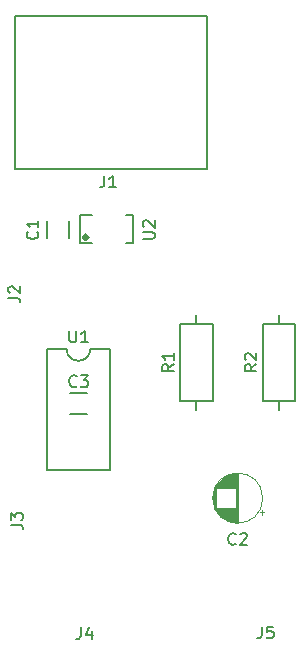
<source format=gbr>
%TF.GenerationSoftware,KiCad,Pcbnew,8.0.4*%
%TF.CreationDate,2024-09-08T09:34:43+02:00*%
%TF.ProjectId,Lichtschranke-M,4c696368-7473-4636-9872-616e6b652d4d,rev?*%
%TF.SameCoordinates,Original*%
%TF.FileFunction,Legend,Top*%
%TF.FilePolarity,Positive*%
%FSLAX46Y46*%
G04 Gerber Fmt 4.6, Leading zero omitted, Abs format (unit mm)*
G04 Created by KiCad (PCBNEW 8.0.4) date 2024-09-08 09:34:43*
%MOMM*%
%LPD*%
G01*
G04 APERTURE LIST*
%ADD10C,0.200000*%
%ADD11C,0.150000*%
%ADD12C,0.350000*%
%ADD13C,0.120000*%
G04 APERTURE END LIST*
D10*
X136312219Y-89973333D02*
X137026504Y-89973333D01*
X137026504Y-89973333D02*
X137169361Y-90020952D01*
X137169361Y-90020952D02*
X137264600Y-90116190D01*
X137264600Y-90116190D02*
X137312219Y-90259047D01*
X137312219Y-90259047D02*
X137312219Y-90354285D01*
X136312219Y-89592380D02*
X136312219Y-88973333D01*
X136312219Y-88973333D02*
X136693171Y-89306666D01*
X136693171Y-89306666D02*
X136693171Y-89163809D01*
X136693171Y-89163809D02*
X136740790Y-89068571D01*
X136740790Y-89068571D02*
X136788409Y-89020952D01*
X136788409Y-89020952D02*
X136883647Y-88973333D01*
X136883647Y-88973333D02*
X137121742Y-88973333D01*
X137121742Y-88973333D02*
X137216980Y-89020952D01*
X137216980Y-89020952D02*
X137264600Y-89068571D01*
X137264600Y-89068571D02*
X137312219Y-89163809D01*
X137312219Y-89163809D02*
X137312219Y-89449523D01*
X137312219Y-89449523D02*
X137264600Y-89544761D01*
X137264600Y-89544761D02*
X137216980Y-89592380D01*
X157566666Y-98602219D02*
X157566666Y-99316504D01*
X157566666Y-99316504D02*
X157519047Y-99459361D01*
X157519047Y-99459361D02*
X157423809Y-99554600D01*
X157423809Y-99554600D02*
X157280952Y-99602219D01*
X157280952Y-99602219D02*
X157185714Y-99602219D01*
X158519047Y-98602219D02*
X158042857Y-98602219D01*
X158042857Y-98602219D02*
X157995238Y-99078409D01*
X157995238Y-99078409D02*
X158042857Y-99030790D01*
X158042857Y-99030790D02*
X158138095Y-98983171D01*
X158138095Y-98983171D02*
X158376190Y-98983171D01*
X158376190Y-98983171D02*
X158471428Y-99030790D01*
X158471428Y-99030790D02*
X158519047Y-99078409D01*
X158519047Y-99078409D02*
X158566666Y-99173647D01*
X158566666Y-99173647D02*
X158566666Y-99411742D01*
X158566666Y-99411742D02*
X158519047Y-99506980D01*
X158519047Y-99506980D02*
X158471428Y-99554600D01*
X158471428Y-99554600D02*
X158376190Y-99602219D01*
X158376190Y-99602219D02*
X158138095Y-99602219D01*
X158138095Y-99602219D02*
X158042857Y-99554600D01*
X158042857Y-99554600D02*
X157995238Y-99506980D01*
X136112219Y-70783333D02*
X136826504Y-70783333D01*
X136826504Y-70783333D02*
X136969361Y-70830952D01*
X136969361Y-70830952D02*
X137064600Y-70926190D01*
X137064600Y-70926190D02*
X137112219Y-71069047D01*
X137112219Y-71069047D02*
X137112219Y-71164285D01*
X136207457Y-70354761D02*
X136159838Y-70307142D01*
X136159838Y-70307142D02*
X136112219Y-70211904D01*
X136112219Y-70211904D02*
X136112219Y-69973809D01*
X136112219Y-69973809D02*
X136159838Y-69878571D01*
X136159838Y-69878571D02*
X136207457Y-69830952D01*
X136207457Y-69830952D02*
X136302695Y-69783333D01*
X136302695Y-69783333D02*
X136397933Y-69783333D01*
X136397933Y-69783333D02*
X136540790Y-69830952D01*
X136540790Y-69830952D02*
X137112219Y-70402380D01*
X137112219Y-70402380D02*
X137112219Y-69783333D01*
X142256666Y-98672219D02*
X142256666Y-99386504D01*
X142256666Y-99386504D02*
X142209047Y-99529361D01*
X142209047Y-99529361D02*
X142113809Y-99624600D01*
X142113809Y-99624600D02*
X141970952Y-99672219D01*
X141970952Y-99672219D02*
X141875714Y-99672219D01*
X143161428Y-99005552D02*
X143161428Y-99672219D01*
X142923333Y-98624600D02*
X142685238Y-99338885D01*
X142685238Y-99338885D02*
X143304285Y-99338885D01*
X144216666Y-60422219D02*
X144216666Y-61136504D01*
X144216666Y-61136504D02*
X144169047Y-61279361D01*
X144169047Y-61279361D02*
X144073809Y-61374600D01*
X144073809Y-61374600D02*
X143930952Y-61422219D01*
X143930952Y-61422219D02*
X143835714Y-61422219D01*
X145216666Y-61422219D02*
X144645238Y-61422219D01*
X144930952Y-61422219D02*
X144930952Y-60422219D01*
X144930952Y-60422219D02*
X144835714Y-60565076D01*
X144835714Y-60565076D02*
X144740476Y-60660314D01*
X144740476Y-60660314D02*
X144645238Y-60707933D01*
X147482219Y-65771904D02*
X148291742Y-65771904D01*
X148291742Y-65771904D02*
X148386980Y-65724285D01*
X148386980Y-65724285D02*
X148434600Y-65676666D01*
X148434600Y-65676666D02*
X148482219Y-65581428D01*
X148482219Y-65581428D02*
X148482219Y-65390952D01*
X148482219Y-65390952D02*
X148434600Y-65295714D01*
X148434600Y-65295714D02*
X148386980Y-65248095D01*
X148386980Y-65248095D02*
X148291742Y-65200476D01*
X148291742Y-65200476D02*
X147482219Y-65200476D01*
X147577457Y-64771904D02*
X147529838Y-64724285D01*
X147529838Y-64724285D02*
X147482219Y-64629047D01*
X147482219Y-64629047D02*
X147482219Y-64390952D01*
X147482219Y-64390952D02*
X147529838Y-64295714D01*
X147529838Y-64295714D02*
X147577457Y-64248095D01*
X147577457Y-64248095D02*
X147672695Y-64200476D01*
X147672695Y-64200476D02*
X147767933Y-64200476D01*
X147767933Y-64200476D02*
X147910790Y-64248095D01*
X147910790Y-64248095D02*
X148482219Y-64819523D01*
X148482219Y-64819523D02*
X148482219Y-64200476D01*
X150112219Y-76396666D02*
X149636028Y-76729999D01*
X150112219Y-76968094D02*
X149112219Y-76968094D01*
X149112219Y-76968094D02*
X149112219Y-76587142D01*
X149112219Y-76587142D02*
X149159838Y-76491904D01*
X149159838Y-76491904D02*
X149207457Y-76444285D01*
X149207457Y-76444285D02*
X149302695Y-76396666D01*
X149302695Y-76396666D02*
X149445552Y-76396666D01*
X149445552Y-76396666D02*
X149540790Y-76444285D01*
X149540790Y-76444285D02*
X149588409Y-76491904D01*
X149588409Y-76491904D02*
X149636028Y-76587142D01*
X149636028Y-76587142D02*
X149636028Y-76968094D01*
X150112219Y-75444285D02*
X150112219Y-76015713D01*
X150112219Y-75729999D02*
X149112219Y-75729999D01*
X149112219Y-75729999D02*
X149255076Y-75825237D01*
X149255076Y-75825237D02*
X149350314Y-75920475D01*
X149350314Y-75920475D02*
X149397933Y-76015713D01*
X155353333Y-91586980D02*
X155305714Y-91634600D01*
X155305714Y-91634600D02*
X155162857Y-91682219D01*
X155162857Y-91682219D02*
X155067619Y-91682219D01*
X155067619Y-91682219D02*
X154924762Y-91634600D01*
X154924762Y-91634600D02*
X154829524Y-91539361D01*
X154829524Y-91539361D02*
X154781905Y-91444123D01*
X154781905Y-91444123D02*
X154734286Y-91253647D01*
X154734286Y-91253647D02*
X154734286Y-91110790D01*
X154734286Y-91110790D02*
X154781905Y-90920314D01*
X154781905Y-90920314D02*
X154829524Y-90825076D01*
X154829524Y-90825076D02*
X154924762Y-90729838D01*
X154924762Y-90729838D02*
X155067619Y-90682219D01*
X155067619Y-90682219D02*
X155162857Y-90682219D01*
X155162857Y-90682219D02*
X155305714Y-90729838D01*
X155305714Y-90729838D02*
X155353333Y-90777457D01*
X155734286Y-90777457D02*
X155781905Y-90729838D01*
X155781905Y-90729838D02*
X155877143Y-90682219D01*
X155877143Y-90682219D02*
X156115238Y-90682219D01*
X156115238Y-90682219D02*
X156210476Y-90729838D01*
X156210476Y-90729838D02*
X156258095Y-90777457D01*
X156258095Y-90777457D02*
X156305714Y-90872695D01*
X156305714Y-90872695D02*
X156305714Y-90967933D01*
X156305714Y-90967933D02*
X156258095Y-91110790D01*
X156258095Y-91110790D02*
X155686667Y-91682219D01*
X155686667Y-91682219D02*
X156305714Y-91682219D01*
X141888333Y-78236980D02*
X141840714Y-78284600D01*
X141840714Y-78284600D02*
X141697857Y-78332219D01*
X141697857Y-78332219D02*
X141602619Y-78332219D01*
X141602619Y-78332219D02*
X141459762Y-78284600D01*
X141459762Y-78284600D02*
X141364524Y-78189361D01*
X141364524Y-78189361D02*
X141316905Y-78094123D01*
X141316905Y-78094123D02*
X141269286Y-77903647D01*
X141269286Y-77903647D02*
X141269286Y-77760790D01*
X141269286Y-77760790D02*
X141316905Y-77570314D01*
X141316905Y-77570314D02*
X141364524Y-77475076D01*
X141364524Y-77475076D02*
X141459762Y-77379838D01*
X141459762Y-77379838D02*
X141602619Y-77332219D01*
X141602619Y-77332219D02*
X141697857Y-77332219D01*
X141697857Y-77332219D02*
X141840714Y-77379838D01*
X141840714Y-77379838D02*
X141888333Y-77427457D01*
X142221667Y-77332219D02*
X142840714Y-77332219D01*
X142840714Y-77332219D02*
X142507381Y-77713171D01*
X142507381Y-77713171D02*
X142650238Y-77713171D01*
X142650238Y-77713171D02*
X142745476Y-77760790D01*
X142745476Y-77760790D02*
X142793095Y-77808409D01*
X142793095Y-77808409D02*
X142840714Y-77903647D01*
X142840714Y-77903647D02*
X142840714Y-78141742D01*
X142840714Y-78141742D02*
X142793095Y-78236980D01*
X142793095Y-78236980D02*
X142745476Y-78284600D01*
X142745476Y-78284600D02*
X142650238Y-78332219D01*
X142650238Y-78332219D02*
X142364524Y-78332219D01*
X142364524Y-78332219D02*
X142269286Y-78284600D01*
X142269286Y-78284600D02*
X142221667Y-78236980D01*
X157112219Y-76396666D02*
X156636028Y-76729999D01*
X157112219Y-76968094D02*
X156112219Y-76968094D01*
X156112219Y-76968094D02*
X156112219Y-76587142D01*
X156112219Y-76587142D02*
X156159838Y-76491904D01*
X156159838Y-76491904D02*
X156207457Y-76444285D01*
X156207457Y-76444285D02*
X156302695Y-76396666D01*
X156302695Y-76396666D02*
X156445552Y-76396666D01*
X156445552Y-76396666D02*
X156540790Y-76444285D01*
X156540790Y-76444285D02*
X156588409Y-76491904D01*
X156588409Y-76491904D02*
X156636028Y-76587142D01*
X156636028Y-76587142D02*
X156636028Y-76968094D01*
X156207457Y-76015713D02*
X156159838Y-75968094D01*
X156159838Y-75968094D02*
X156112219Y-75872856D01*
X156112219Y-75872856D02*
X156112219Y-75634761D01*
X156112219Y-75634761D02*
X156159838Y-75539523D01*
X156159838Y-75539523D02*
X156207457Y-75491904D01*
X156207457Y-75491904D02*
X156302695Y-75444285D01*
X156302695Y-75444285D02*
X156397933Y-75444285D01*
X156397933Y-75444285D02*
X156540790Y-75491904D01*
X156540790Y-75491904D02*
X157112219Y-76063332D01*
X157112219Y-76063332D02*
X157112219Y-75444285D01*
X138556980Y-65176666D02*
X138604600Y-65224285D01*
X138604600Y-65224285D02*
X138652219Y-65367142D01*
X138652219Y-65367142D02*
X138652219Y-65462380D01*
X138652219Y-65462380D02*
X138604600Y-65605237D01*
X138604600Y-65605237D02*
X138509361Y-65700475D01*
X138509361Y-65700475D02*
X138414123Y-65748094D01*
X138414123Y-65748094D02*
X138223647Y-65795713D01*
X138223647Y-65795713D02*
X138080790Y-65795713D01*
X138080790Y-65795713D02*
X137890314Y-65748094D01*
X137890314Y-65748094D02*
X137795076Y-65700475D01*
X137795076Y-65700475D02*
X137699838Y-65605237D01*
X137699838Y-65605237D02*
X137652219Y-65462380D01*
X137652219Y-65462380D02*
X137652219Y-65367142D01*
X137652219Y-65367142D02*
X137699838Y-65224285D01*
X137699838Y-65224285D02*
X137747457Y-65176666D01*
X138652219Y-64224285D02*
X138652219Y-64795713D01*
X138652219Y-64509999D02*
X137652219Y-64509999D01*
X137652219Y-64509999D02*
X137795076Y-64605237D01*
X137795076Y-64605237D02*
X137890314Y-64700475D01*
X137890314Y-64700475D02*
X137937933Y-64795713D01*
X141278095Y-73552219D02*
X141278095Y-74361742D01*
X141278095Y-74361742D02*
X141325714Y-74456980D01*
X141325714Y-74456980D02*
X141373333Y-74504600D01*
X141373333Y-74504600D02*
X141468571Y-74552219D01*
X141468571Y-74552219D02*
X141659047Y-74552219D01*
X141659047Y-74552219D02*
X141754285Y-74504600D01*
X141754285Y-74504600D02*
X141801904Y-74456980D01*
X141801904Y-74456980D02*
X141849523Y-74361742D01*
X141849523Y-74361742D02*
X141849523Y-73552219D01*
X142849523Y-74552219D02*
X142278095Y-74552219D01*
X142563809Y-74552219D02*
X142563809Y-73552219D01*
X142563809Y-73552219D02*
X142468571Y-73695076D01*
X142468571Y-73695076D02*
X142373333Y-73790314D01*
X142373333Y-73790314D02*
X142278095Y-73837933D01*
D11*
%TO.C,J1*%
X136700000Y-59900000D02*
X136700000Y-46900000D01*
X152900000Y-46900000D02*
X136700000Y-46900000D01*
X152900000Y-59900000D02*
X136700000Y-59900000D01*
X152900000Y-59900000D02*
X152900000Y-46900000D01*
%TO.C,U2*%
X142150000Y-63800000D02*
X143150000Y-63800000D01*
X142150000Y-66150000D02*
X142150000Y-63800000D01*
X143150000Y-66150000D02*
X142150000Y-66150000D01*
X146050000Y-66150000D02*
X146650000Y-66150000D01*
X146650000Y-63800000D02*
X146050000Y-63800000D01*
X146650000Y-66150000D02*
X146650000Y-63800000D01*
D12*
X142825000Y-65650000D02*
G75*
G02*
X142475000Y-65650000I-175000J0D01*
G01*
X142475000Y-65650000D02*
G75*
G02*
X142825000Y-65650000I175000J0D01*
G01*
D11*
%TO.C,R1*%
X150660000Y-72960000D02*
X150660000Y-79500000D01*
X150660000Y-79500000D02*
X153400000Y-79500000D01*
X152030000Y-72190000D02*
X152030000Y-72960000D01*
X152030000Y-80270000D02*
X152030000Y-79500000D01*
X153400000Y-72960000D02*
X150660000Y-72960000D01*
X153400000Y-79500000D02*
X153400000Y-72960000D01*
D13*
%TO.C,C2*%
X153439000Y-88100000D02*
X153439000Y-87360000D01*
X153479000Y-88267000D02*
X153479000Y-87193000D01*
X153519000Y-88394000D02*
X153519000Y-87066000D01*
X153559000Y-88498000D02*
X153559000Y-86962000D01*
X153599000Y-88589000D02*
X153599000Y-86871000D01*
X153639000Y-88670000D02*
X153639000Y-86790000D01*
X153679000Y-88743000D02*
X153679000Y-86717000D01*
X153719000Y-86890000D02*
X153719000Y-86650000D01*
X153719000Y-88810000D02*
X153719000Y-88570000D01*
X153759000Y-86890000D02*
X153759000Y-86588000D01*
X153759000Y-88872000D02*
X153759000Y-88570000D01*
X153799000Y-86890000D02*
X153799000Y-86530000D01*
X153799000Y-88930000D02*
X153799000Y-88570000D01*
X153839000Y-86890000D02*
X153839000Y-86476000D01*
X153839000Y-88984000D02*
X153839000Y-88570000D01*
X153879000Y-86890000D02*
X153879000Y-86426000D01*
X153879000Y-89034000D02*
X153879000Y-88570000D01*
X153919000Y-86890000D02*
X153919000Y-86379000D01*
X153919000Y-89081000D02*
X153919000Y-88570000D01*
X153959000Y-86890000D02*
X153959000Y-86334000D01*
X153959000Y-89126000D02*
X153959000Y-88570000D01*
X153999000Y-86890000D02*
X153999000Y-86292000D01*
X153999000Y-89168000D02*
X153999000Y-88570000D01*
X154039000Y-86890000D02*
X154039000Y-86252000D01*
X154039000Y-89208000D02*
X154039000Y-88570000D01*
X154079000Y-86890000D02*
X154079000Y-86214000D01*
X154079000Y-89246000D02*
X154079000Y-88570000D01*
X154119000Y-86890000D02*
X154119000Y-86178000D01*
X154119000Y-89282000D02*
X154119000Y-88570000D01*
X154159000Y-86890000D02*
X154159000Y-86143000D01*
X154159000Y-89317000D02*
X154159000Y-88570000D01*
X154199000Y-86890000D02*
X154199000Y-86111000D01*
X154199000Y-89349000D02*
X154199000Y-88570000D01*
X154239000Y-86890000D02*
X154239000Y-86080000D01*
X154239000Y-89380000D02*
X154239000Y-88570000D01*
X154279000Y-86890000D02*
X154279000Y-86050000D01*
X154279000Y-89410000D02*
X154279000Y-88570000D01*
X154319000Y-86890000D02*
X154319000Y-86022000D01*
X154319000Y-89438000D02*
X154319000Y-88570000D01*
X154359000Y-86890000D02*
X154359000Y-85995000D01*
X154359000Y-89465000D02*
X154359000Y-88570000D01*
X154399000Y-86890000D02*
X154399000Y-85970000D01*
X154399000Y-89490000D02*
X154399000Y-88570000D01*
X154439000Y-86890000D02*
X154439000Y-85945000D01*
X154439000Y-89515000D02*
X154439000Y-88570000D01*
X154479000Y-86890000D02*
X154479000Y-85922000D01*
X154479000Y-89538000D02*
X154479000Y-88570000D01*
X154519000Y-86890000D02*
X154519000Y-85900000D01*
X154519000Y-89560000D02*
X154519000Y-88570000D01*
X154559000Y-86890000D02*
X154559000Y-85879000D01*
X154559000Y-89581000D02*
X154559000Y-88570000D01*
X154599000Y-86890000D02*
X154599000Y-85860000D01*
X154599000Y-89600000D02*
X154599000Y-88570000D01*
X154639000Y-86890000D02*
X154639000Y-85841000D01*
X154639000Y-89619000D02*
X154639000Y-88570000D01*
X154679000Y-86890000D02*
X154679000Y-85823000D01*
X154679000Y-89637000D02*
X154679000Y-88570000D01*
X154719000Y-86890000D02*
X154719000Y-85806000D01*
X154719000Y-89654000D02*
X154719000Y-88570000D01*
X154759000Y-86890000D02*
X154759000Y-85790000D01*
X154759000Y-89670000D02*
X154759000Y-88570000D01*
X154799000Y-86890000D02*
X154799000Y-85776000D01*
X154799000Y-89684000D02*
X154799000Y-88570000D01*
X154840000Y-86890000D02*
X154840000Y-85762000D01*
X154840000Y-89698000D02*
X154840000Y-88570000D01*
X154880000Y-86890000D02*
X154880000Y-85748000D01*
X154880000Y-89712000D02*
X154880000Y-88570000D01*
X154920000Y-86890000D02*
X154920000Y-85736000D01*
X154920000Y-89724000D02*
X154920000Y-88570000D01*
X154960000Y-86890000D02*
X154960000Y-85725000D01*
X154960000Y-89735000D02*
X154960000Y-88570000D01*
X155000000Y-86890000D02*
X155000000Y-85714000D01*
X155000000Y-89746000D02*
X155000000Y-88570000D01*
X155040000Y-86890000D02*
X155040000Y-85705000D01*
X155040000Y-89755000D02*
X155040000Y-88570000D01*
X155080000Y-86890000D02*
X155080000Y-85696000D01*
X155080000Y-89764000D02*
X155080000Y-88570000D01*
X155120000Y-86890000D02*
X155120000Y-85688000D01*
X155120000Y-89772000D02*
X155120000Y-88570000D01*
X155160000Y-86890000D02*
X155160000Y-85680000D01*
X155160000Y-89780000D02*
X155160000Y-88570000D01*
X155200000Y-86890000D02*
X155200000Y-85674000D01*
X155200000Y-89786000D02*
X155200000Y-88570000D01*
X155240000Y-86890000D02*
X155240000Y-85668000D01*
X155240000Y-89792000D02*
X155240000Y-88570000D01*
X155280000Y-86890000D02*
X155280000Y-85663000D01*
X155280000Y-89797000D02*
X155280000Y-88570000D01*
X155320000Y-86890000D02*
X155320000Y-85659000D01*
X155320000Y-89801000D02*
X155320000Y-88570000D01*
X155360000Y-89804000D02*
X155360000Y-85656000D01*
X155400000Y-89807000D02*
X155400000Y-85653000D01*
X155440000Y-89809000D02*
X155440000Y-85651000D01*
X155480000Y-89810000D02*
X155480000Y-85650000D01*
X155520000Y-89810000D02*
X155520000Y-85650000D01*
X157589801Y-89125000D02*
X157589801Y-88725000D01*
X157789801Y-88925000D02*
X157389801Y-88925000D01*
X157640000Y-87730000D02*
G75*
G02*
X153400000Y-87730000I-2120000J0D01*
G01*
X153400000Y-87730000D02*
G75*
G02*
X157640000Y-87730000I2120000J0D01*
G01*
D11*
%TO.C,C3*%
X141343748Y-78820000D02*
X142766252Y-78820000D01*
X141343748Y-80640000D02*
X142766252Y-80640000D01*
%TO.C,R2*%
X157660000Y-72960000D02*
X157660000Y-79500000D01*
X157660000Y-79500000D02*
X160400000Y-79500000D01*
X159030000Y-72190000D02*
X159030000Y-72960000D01*
X159030000Y-80270000D02*
X159030000Y-79500000D01*
X160400000Y-72960000D02*
X157660000Y-72960000D01*
X160400000Y-79500000D02*
X160400000Y-72960000D01*
%TO.C,C1*%
X139390000Y-64288748D02*
X139390000Y-65711252D01*
X141210000Y-64288748D02*
X141210000Y-65711252D01*
%TO.C,U1*%
X139390000Y-75100000D02*
X139390000Y-85380000D01*
X139390000Y-85380000D02*
X144690000Y-85380000D01*
X141040000Y-75100000D02*
X139390000Y-75100000D01*
X144690000Y-75100000D02*
X143040000Y-75100000D01*
X144690000Y-85380000D02*
X144690000Y-75100000D01*
X143040000Y-75100000D02*
G75*
G02*
X141040000Y-75100000I-1000000J0D01*
G01*
%TD*%
M02*

</source>
